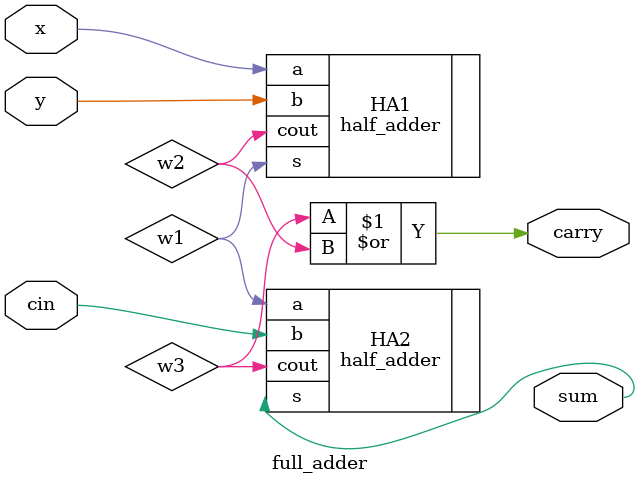
<source format=v>
module full_adder(x,y,cin,sum,carry);
input x,y,cin;
output sum,carry;

wire w1,w2,w3;
half_adder HA1(.a(x),
            .b(y),
            .s(w1),
            .cout(w2));

half_adder HA2(.a(w1),
            .b(cin),
            .s(sum),
            .cout(w3));

or or1 (carry,w3,w2);

endmodule

</source>
